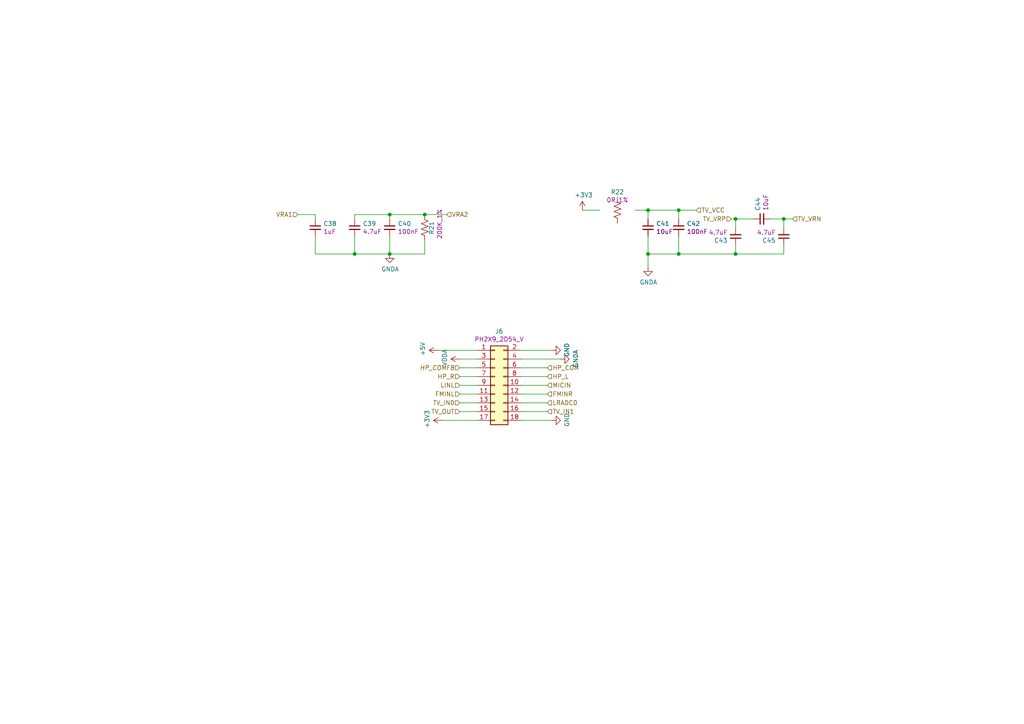
<source format=kicad_sch>
(kicad_sch (version 20210606) (generator eeschema)
  (paper "A4")
  (lib_symbols
    (symbol "0WJQ:03.0001_C0402_1uF" (pin_numbers hide) (pin_names (offset 0.254) hide)
      (property "Reference" "C" (at 0.254 1.778 0))
      (property "参数" "1uF" (at 2.54 -2.54 0))
      (symbol "03.0001_C0402_1uF_0_1"
        (polyline (pts (xy -1.524 -0.508) (xy 1.524 -0.508)) (stroke (width 0.3302)))
        (polyline (pts (xy -1.524 0.508) (xy 1.524 0.508)) (stroke (width 0.3048)))
      )
      (symbol "03.0001_C0402_1uF_1_1"
        (pin passive line (at 0 2.54 270) (length 2.032) (name "~") (number "1"))
        (pin passive line (at 0 -2.54 90) (length 2.032) (name "~") (number "2"))
      )
    )
    (symbol "0WJQ:03.0009_C0402_100nF" (pin_numbers hide) (pin_names (offset 0.254) hide)
      (property "Reference" "C" (at 0.254 1.778 0))
      (property "参数" "100nF" (at 3.81 -2.54 0))
      (symbol "03.0009_C0402_100nF_0_1"
        (polyline (pts (xy -1.524 -0.508) (xy 1.524 -0.508)) (stroke (width 0.3302)))
        (polyline (pts (xy -1.524 0.508) (xy 1.524 0.508)) (stroke (width 0.3048)))
      )
      (symbol "03.0009_C0402_100nF_1_1"
        (pin passive line (at 0 2.54 270) (length 2.032) (name "~") (number "1"))
        (pin passive line (at 0 -2.54 90) (length 2.032) (name "~") (number "2"))
      )
    )
    (symbol "0WJQ:03.0009_C0402_100nF_1" (pin_numbers hide) (pin_names (offset 0.254) hide)
      (property "Reference" "C" (at 0.254 1.778 0))
      (property "参数" "100nF" (at 3.81 -2.54 0))
      (symbol "03.0009_C0402_100nF_1_0_1"
        (polyline (pts (xy -1.524 -0.508) (xy 1.524 -0.508)) (stroke (width 0.3302)))
        (polyline (pts (xy -1.524 0.508) (xy 1.524 0.508)) (stroke (width 0.3048)))
      )
      (symbol "03.0009_C0402_100nF_1_1_1"
        (pin passive line (at 0 2.54 270) (length 2.032) (name "~") (number "1"))
        (pin passive line (at 0 -2.54 90) (length 2.032) (name "~") (number "2"))
      )
    )
    (symbol "0WJQ:03.4003_C0603_4.7uF" (pin_numbers hide) (pin_names (offset 0.254) hide)
      (property "Reference" "C" (at 0.254 1.778 0))
      (property "参数" "4.7uF" (at 3.81 -2.54 0))
      (symbol "03.4003_C0603_4.7uF_0_1"
        (polyline (pts (xy -1.524 -0.508) (xy 1.524 -0.508)) (stroke (width 0.3302)))
        (polyline (pts (xy -1.524 0.508) (xy 1.524 0.508)) (stroke (width 0.3048)))
      )
      (symbol "03.4003_C0603_4.7uF_1_1"
        (pin passive line (at 0 2.54 270) (length 2.032) (name "~") (number "1"))
        (pin passive line (at 0 -2.54 90) (length 2.032) (name "~") (number "2"))
      )
    )
    (symbol "0WJQ:03.4003_C0603_4.7uF_1" (pin_numbers hide) (pin_names (offset 0.254) hide)
      (property "Reference" "C" (at 0.254 1.778 0))
      (property "参数" "4.7uF" (at 3.81 -2.54 0))
      (symbol "03.4003_C0603_4.7uF_1_0_1"
        (polyline (pts (xy -1.524 -0.508) (xy 1.524 -0.508)) (stroke (width 0.3302)))
        (polyline (pts (xy -1.524 0.508) (xy 1.524 0.508)) (stroke (width 0.3048)))
      )
      (symbol "03.4003_C0603_4.7uF_1_1_1"
        (pin passive line (at 0 2.54 270) (length 2.032) (name "~") (number "1"))
        (pin passive line (at 0 -2.54 90) (length 2.032) (name "~") (number "2"))
      )
    )
    (symbol "0WJQ:03.4003_C0603_4.7uF_2" (pin_numbers hide) (pin_names (offset 0.254) hide)
      (property "Reference" "C" (at 0.254 1.778 0))
      (property "参数" "4.7uF" (at 3.81 -2.54 0))
      (symbol "03.4003_C0603_4.7uF_2_0_1"
        (polyline (pts (xy -1.524 -0.508) (xy 1.524 -0.508)) (stroke (width 0.3302)))
        (polyline (pts (xy -1.524 0.508) (xy 1.524 0.508)) (stroke (width 0.3048)))
      )
      (symbol "03.4003_C0603_4.7uF_2_1_1"
        (pin passive line (at 0 2.54 270) (length 2.032) (name "~") (number "1"))
        (pin passive line (at 0 -2.54 90) (length 2.032) (name "~") (number "2"))
      )
    )
    (symbol "0WJQ:03.4004_C0603_10uF" (pin_numbers hide) (pin_names (offset 0.254) hide)
      (property "Reference" "C" (at 0.254 1.778 0))
      (property "参数" "10uF" (at 2.54 -2.54 0))
      (symbol "03.4004_C0603_10uF_0_1"
        (polyline (pts (xy -1.524 -0.508) (xy 1.524 -0.508)) (stroke (width 0.3302)))
        (polyline (pts (xy -1.524 0.508) (xy 1.524 0.508)) (stroke (width 0.3048)))
      )
      (symbol "03.4004_C0603_10uF_1_1"
        (pin passive line (at 0 2.54 270) (length 2.032) (name "~") (number "1"))
        (pin passive line (at 0 -2.54 90) (length 2.032) (name "~") (number "2"))
      )
    )
    (symbol "0WJQ:10.0202_PH2X9_2D54_V" (pin_names (offset 1.016) hide)
      (property "Reference" "J" (at 1.27 12.7 0))
      (property "参数" "PH2X9_2D54_V" (at 1.27 -12.7 0))
      (symbol "10.0202_PH2X9_2D54_V_1_1"
        (rectangle (start -1.27 -10.033) (end 0 -10.287) (stroke (width 0.1524)))
        (rectangle (start -1.27 -7.493) (end 0 -7.747) (stroke (width 0.1524)))
        (rectangle (start -1.27 -4.953) (end 0 -5.207) (stroke (width 0.1524)))
        (rectangle (start -1.27 -2.413) (end 0 -2.667) (stroke (width 0.1524)))
        (rectangle (start -1.27 0.127) (end 0 -0.127) (stroke (width 0.1524)))
        (rectangle (start -1.27 2.667) (end 0 2.413) (stroke (width 0.1524)))
        (rectangle (start -1.27 5.207) (end 0 4.953) (stroke (width 0.1524)))
        (rectangle (start -1.27 7.747) (end 0 7.493) (stroke (width 0.1524)))
        (rectangle (start -1.27 10.287) (end 0 10.033) (stroke (width 0.1524)))
        (rectangle (start 3.81 -10.033) (end 2.54 -10.287) (stroke (width 0.1524)))
        (rectangle (start 3.81 -7.493) (end 2.54 -7.747) (stroke (width 0.1524)))
        (rectangle (start 3.81 -4.953) (end 2.54 -5.207) (stroke (width 0.1524)))
        (rectangle (start 3.81 -2.413) (end 2.54 -2.667) (stroke (width 0.1524)))
        (rectangle (start 3.81 0.127) (end 2.54 -0.127) (stroke (width 0.1524)))
        (rectangle (start 3.81 2.667) (end 2.54 2.413) (stroke (width 0.1524)))
        (rectangle (start 3.81 5.207) (end 2.54 4.953) (stroke (width 0.1524)))
        (rectangle (start 3.81 7.747) (end 2.54 7.493) (stroke (width 0.1524)))
        (rectangle (start 3.81 10.287) (end 2.54 10.033) (stroke (width 0.1524)))
        (rectangle (start -1.27 11.43) (end 3.81 -11.43) (stroke (width 0.254)) (fill (type background)))
        (pin passive line (at -5.08 10.16 0) (length 3.81) (name "Pin_1") (number "1"))
        (pin passive line (at 7.62 0 180) (length 3.81) (name "Pin_10") (number "10"))
        (pin passive line (at -5.08 -2.54 0) (length 3.81) (name "Pin_11") (number "11"))
        (pin passive line (at 7.62 -2.54 180) (length 3.81) (name "Pin_12") (number "12"))
        (pin passive line (at -5.08 -5.08 0) (length 3.81) (name "Pin_13") (number "13"))
        (pin passive line (at 7.62 -5.08 180) (length 3.81) (name "Pin_14") (number "14"))
        (pin passive line (at -5.08 -7.62 0) (length 3.81) (name "Pin_15") (number "15"))
        (pin passive line (at 7.62 -7.62 180) (length 3.81) (name "Pin_16") (number "16"))
        (pin passive line (at -5.08 -10.16 0) (length 3.81) (name "Pin_17") (number "17"))
        (pin passive line (at 7.62 -10.16 180) (length 3.81) (name "Pin_18") (number "18"))
        (pin passive line (at 7.62 10.16 180) (length 3.81) (name "Pin_2") (number "2"))
        (pin passive line (at -5.08 7.62 0) (length 3.81) (name "Pin_3") (number "3"))
        (pin passive line (at 7.62 7.62 180) (length 3.81) (name "Pin_4") (number "4"))
        (pin passive line (at -5.08 5.08 0) (length 3.81) (name "Pin_5") (number "5"))
        (pin passive line (at 7.62 5.08 180) (length 3.81) (name "Pin_6") (number "6"))
        (pin passive line (at -5.08 2.54 0) (length 3.81) (name "Pin_7") (number "7"))
        (pin passive line (at 7.62 2.54 180) (length 3.81) (name "Pin_8") (number "8"))
        (pin passive line (at -5.08 0 0) (length 3.81) (name "Pin_9") (number "9"))
      )
    )
    (symbol "Device:R_US" (pin_numbers hide) (pin_names (offset 0))
      (property "Reference" "R" (at 2.54 0 90))
      (property "Value" "R_US" (at -2.54 0 90))
      (symbol "R_US_0_1"
        (polyline (pts (xy 0 -2.286) (xy 0 -2.54)))
        (polyline (pts (xy 0 2.286) (xy 0 2.54)))
        (polyline (pts (xy 0 -0.762) (xy 1.016 -1.143) (xy 0 -1.524) (xy -1.016 -1.905) (xy 0 -2.286)))
        (polyline (pts (xy 0 0.762) (xy 1.016 0.381) (xy 0 0) (xy -1.016 -0.381) (xy 0 -0.762)))
        (polyline (pts (xy 0 2.286) (xy 1.016 1.905) (xy 0 1.524) (xy -1.016 1.143) (xy 0 0.762)))
      )
      (symbol "R_US_1_1"
        (pin passive line (at 0 3.81 270) (length 1.27) (name "~") (number "1"))
        (pin passive line (at 0 -3.81 90) (length 1.27) (name "~") (number "2"))
      )
    )
    (symbol "F1C200S_KIT-rescue:03.0016_C0603_10uF-0WJQ" (pin_numbers hide) (pin_names (offset 0.254) hide)
      (property "Reference" "C" (at 0.254 1.778 0))
      (property "参数" "10uF" (at 2.54 -2.54 0))
      (symbol "03.0016_C0603_10uF-0WJQ_0_1"
        (polyline (pts (xy -1.524 -0.508) (xy 1.524 -0.508)) (stroke (width 0.3302)))
        (polyline (pts (xy -1.524 0.508) (xy 1.524 0.508)) (stroke (width 0.3048)))
      )
      (symbol "03.0016_C0603_10uF-0WJQ_1_1"
        (pin passive line (at 0 2.54 270) (length 2.032) (name "~") (number "1"))
        (pin passive line (at 0 -2.54 90) (length 2.032) (name "~") (number "2"))
      )
    )
    (symbol "power:+3.3V" (power) (pin_names (offset 0))
      (property "Value" "+3.3V" (at 0 3.556 0))
      (symbol "+3.3V_0_1"
        (polyline (pts (xy -0.762 1.27) (xy 0 2.54)))
        (polyline (pts (xy 0 0) (xy 0 2.54)))
        (polyline (pts (xy 0 2.54) (xy 0.762 1.27)))
      )
      (symbol "+3.3V_1_1"
        (pin power_in line (at 0 0 90) (length 0) hide (name "+3V3") (number "1"))
      )
    )
    (symbol "power:+5V" (power) (pin_names (offset 0))
      (property "Value" "+5V" (at 0 3.556 0))
      (symbol "+5V_0_1"
        (polyline (pts (xy -0.762 1.27) (xy 0 2.54)))
        (polyline (pts (xy 0 0) (xy 0 2.54)))
        (polyline (pts (xy 0 2.54) (xy 0.762 1.27)))
      )
      (symbol "+5V_1_1"
        (pin power_in line (at 0 0 90) (length 0) hide (name "+5V") (number "1"))
      )
    )
    (symbol "power:GND" (power) (pin_names (offset 0))
      (property "Value" "GND" (at 0 -3.81 0))
      (symbol "GND_0_1"
        (polyline (pts (xy 0 0) (xy 0 -1.27) (xy 1.27 -1.27) (xy 0 -2.54) (xy -1.27 -1.27) (xy 0 -1.27)))
      )
      (symbol "GND_1_1"
        (pin power_in line (at 0 0 270) (length 0) hide (name "GND") (number "1"))
      )
    )
    (symbol "power:GNDA" (power) (pin_names (offset 0))
      (property "Value" "GNDA" (at 0 -3.81 0))
      (symbol "GNDA_0_1"
        (polyline (pts (xy 0 0) (xy 0 -1.27) (xy 1.27 -1.27) (xy 0 -2.54) (xy -1.27 -1.27) (xy 0 -1.27)))
      )
      (symbol "GNDA_1_1"
        (pin power_in line (at 0 0 270) (length 0) hide (name "GNDA") (number "1"))
      )
    )
    (symbol "power:VDDA" (power) (pin_names (offset 0))
      (property "Value" "VDDA" (at 0 3.81 0))
      (symbol "VDDA_0_1"
        (polyline (pts (xy -0.762 1.27) (xy 0 2.54)))
        (polyline (pts (xy 0 0) (xy 0 2.54)))
        (polyline (pts (xy 0 2.54) (xy 0.762 1.27)))
      )
      (symbol "VDDA_1_1"
        (pin power_in line (at 0 0 90) (length 0) hide (name "VDDA") (number "1"))
      )
    )
  )
  (junction (at 102.87 73.66) (diameter 0.9144))
  (junction (at 113.03 62.23) (diameter 0.9144))
  (junction (at 113.03 73.66) (diameter 0.9144))
  (junction (at 123.19 62.23) (diameter 0.9144))
  (junction (at 187.96 60.96) (diameter 0.9144))
  (junction (at 187.96 73.66) (diameter 0.9144))
  (junction (at 196.85 60.96) (diameter 0.9144))
  (junction (at 196.85 73.66) (diameter 0.9144))
  (junction (at 213.36 63.5) (diameter 0.9144))
  (junction (at 213.36 73.66) (diameter 0.9144))
  (junction (at 227.33 63.5) (diameter 0.9144))
  (wire (pts (xy 86.36 62.23) (xy 91.44 62.23)))
  (wire (pts (xy 91.44 62.23) (xy 91.44 63.5)))
  (wire (pts (xy 91.44 68.58) (xy 91.44 73.66)))
  (wire (pts (xy 91.44 73.66) (xy 102.87 73.66)))
  (wire (pts (xy 102.87 62.23) (xy 113.03 62.23)))
  (wire (pts (xy 102.87 63.5) (xy 102.87 62.23)))
  (wire (pts (xy 102.87 68.58) (xy 102.87 73.66)))
  (wire (pts (xy 102.87 73.66) (xy 113.03 73.66)))
  (wire (pts (xy 113.03 62.23) (xy 123.19 62.23)))
  (wire (pts (xy 113.03 63.5) (xy 113.03 62.23)))
  (wire (pts (xy 113.03 68.58) (xy 113.03 73.66)))
  (wire (pts (xy 113.03 73.66) (xy 123.19 73.66)))
  (wire (pts (xy 123.19 62.23) (xy 129.54 62.23)))
  (wire (pts (xy 123.19 73.66) (xy 123.19 69.85)))
  (wire (pts (xy 128.27 121.92) (xy 138.43 121.92)))
  (wire (pts (xy 133.35 104.14) (xy 138.43 104.14)))
  (wire (pts (xy 133.35 106.68) (xy 138.43 106.68)))
  (wire (pts (xy 133.35 109.22) (xy 138.43 109.22)))
  (wire (pts (xy 133.35 111.76) (xy 138.43 111.76)))
  (wire (pts (xy 133.35 114.3) (xy 138.43 114.3)))
  (wire (pts (xy 133.35 116.84) (xy 138.43 116.84)))
  (wire (pts (xy 133.35 119.38) (xy 138.43 119.38)))
  (wire (pts (xy 138.43 101.6) (xy 127 101.6)))
  (wire (pts (xy 151.13 101.6) (xy 160.02 101.6)))
  (wire (pts (xy 151.13 104.14) (xy 162.56 104.14)))
  (wire (pts (xy 151.13 106.68) (xy 158.75 106.68)))
  (wire (pts (xy 151.13 109.22) (xy 158.75 109.22)))
  (wire (pts (xy 151.13 111.76) (xy 158.75 111.76)))
  (wire (pts (xy 151.13 114.3) (xy 158.75 114.3)))
  (wire (pts (xy 151.13 116.84) (xy 158.75 116.84)))
  (wire (pts (xy 151.13 119.38) (xy 158.75 119.38)))
  (wire (pts (xy 151.13 121.92) (xy 160.02 121.92)))
  (wire (pts (xy 168.91 60.96) (xy 173.99 60.96)))
  (wire (pts (xy 184.15 60.96) (xy 187.96 60.96)))
  (wire (pts (xy 187.96 60.96) (xy 196.85 60.96)))
  (wire (pts (xy 187.96 63.5) (xy 187.96 60.96)))
  (wire (pts (xy 187.96 68.58) (xy 187.96 73.66)))
  (wire (pts (xy 187.96 73.66) (xy 196.85 73.66)))
  (wire (pts (xy 187.96 77.47) (xy 187.96 73.66)))
  (wire (pts (xy 196.85 60.96) (xy 196.85 63.5)))
  (wire (pts (xy 196.85 60.96) (xy 201.93 60.96)))
  (wire (pts (xy 196.85 68.58) (xy 196.85 73.66)))
  (wire (pts (xy 196.85 73.66) (xy 213.36 73.66)))
  (wire (pts (xy 212.09 63.5) (xy 213.36 63.5)))
  (wire (pts (xy 213.36 63.5) (xy 218.44 63.5)))
  (wire (pts (xy 213.36 66.04) (xy 213.36 63.5)))
  (wire (pts (xy 213.36 73.66) (xy 213.36 71.12)))
  (wire (pts (xy 227.33 63.5) (xy 223.52 63.5)))
  (wire (pts (xy 227.33 63.5) (xy 229.87 63.5)))
  (wire (pts (xy 227.33 66.04) (xy 227.33 63.5)))
  (wire (pts (xy 227.33 71.12) (xy 227.33 73.66)))
  (wire (pts (xy 227.33 73.66) (xy 213.36 73.66)))
  (hierarchical_label "VRA1" (shape input) (at 86.36 62.23 180))
  (hierarchical_label "VRA2" (shape input) (at 129.54 62.23 0))
  (hierarchical_label "HP_COMFB" (shape input) (at 133.35 106.68 180) (effects (font italic)))
  (hierarchical_label "HP_R" (shape input) (at 133.35 109.22 180))
  (hierarchical_label "LINL" (shape input) (at 133.35 111.76 180))
  (hierarchical_label "FMINL" (shape input) (at 133.35 114.3 180))
  (hierarchical_label "TV_IN0" (shape input) (at 133.35 116.84 180))
  (hierarchical_label "TV_OUT" (shape input) (at 133.35 119.38 180))
  (hierarchical_label "HP_COM" (shape input) (at 158.75 106.68 0))
  (hierarchical_label "HP_L" (shape input) (at 158.75 109.22 0))
  (hierarchical_label "MICIN" (shape input) (at 158.75 111.76 0))
  (hierarchical_label "FMINR" (shape input) (at 158.75 114.3 0))
  (hierarchical_label "LRADC0" (shape input) (at 158.75 116.84 0))
  (hierarchical_label "TV_IN1" (shape input) (at 158.75 119.38 0))
  (hierarchical_label "TV_VCC" (shape input) (at 201.93 60.96 0))
  (hierarchical_label "TV_VRP" (shape input) (at 212.09 63.5 180))
  (hierarchical_label "TV_VRN" (shape input) (at 229.87 63.5 0))
  (symbol (lib_id "power:+5V") (at 127 101.6 90) (unit 1)
    (property "Reference" "#PWR075" (effects hide))
    (property "Value" "+5V" (at 122.6058 101.219 0))
  )
  (symbol (lib_id "power:+3.3V") (at 128.27 121.92 90) (unit 1)
    (property "Reference" "#PWR073" (effects hide))
    (property "Value" "+3.3V" (at 123.8758 121.539 0))
  )
  (symbol (lib_id "power:VDDA") (at 133.35 104.14 90) (unit 1)
    (property "Reference" "#PWR074" (effects hide))
    (property "Value" "VDDA" (at 128.9558 103.7082 0))
  )
  (symbol (lib_id "power:+3.3V") (at 168.91 60.96 0) (unit 1)
    (property "Reference" "#PWR078" (effects hide))
    (property "Value" "+3.3V" (at 169.291 56.5658 0))
  )
  (symbol (lib_id "power:GNDA") (at 113.03 73.66 0) (unit 1)
    (property "Reference" "#PWR072" (effects hide))
    (property "Value" "GNDA" (at 113.157 78.0542 0))
  )
  (symbol (lib_id "power:GND") (at 160.02 101.6 90) (unit 1)
    (property "Reference" "#PWR076" (effects hide))
    (property "Value" "GND" (at 164.4142 101.473 0))
  )
  (symbol (lib_id "power:GND") (at 160.02 121.92 90) (unit 1)
    (property "Reference" "#PWR077" (effects hide))
    (property "Value" "GND" (at 164.4142 121.793 0))
  )
  (symbol (lib_id "power:GNDA") (at 162.56 104.14 90) (unit 1)
    (property "Reference" "#PWR079" (effects hide))
    (property "Value" "GNDA" (at 166.9542 104.013 0))
  )
  (symbol (lib_id "power:GNDA") (at 187.96 77.47 0) (unit 1)
    (property "Reference" "#PWR080" (effects hide))
    (property "Value" "GNDA" (at 188.087 81.8642 0))
  )
  (symbol (lib_id "Device:R_US") (at 123.19 66.04 0) (unit 1)
    (property "Reference" "R21" (at 125.1966 68.072 90) (effects (justify left)))
    (property "Value" "R_US" (effects hide))
    (property "Footprint" "0WJQ:R_0402_WJQ" (effects hide))
    (property "分类" "贴片电阻" (effects hide))
    (property "编码" "02.0027" (effects hide))
    (property "规格" "贴片电阻, 200K±1%, 0402" (effects hide))
    (property "参数" "200K_1%" (at 127.508 69.342 90) (effects (justify left)))
  )
  (symbol (lib_id "Device:R_US") (at 179.07 60.96 0) (unit 1)
    (property "Reference" "R22" (at 179.07 55.7022 0))
    (property "Value" "R_US" (effects hide))
    (property "Footprint" "0WJQ:R_0402_WJQ" (effects hide))
    (property "分类" "贴片电阻" (effects hide))
    (property "编码" "02.0001" (effects hide))
    (property "规格" "贴片电阻, 0R±1%, 0402" (effects hide))
    (property "参数" "0R_1%" (at 179.07 58.0136 0))
  )
  (symbol (lib_id "0WJQ:03.0001_C0402_1uF") (at 91.44 66.04 0) (unit 1)
    (property "Reference" "C38" (at 93.7768 64.8716 0) (effects (justify left)))
    (property "Value" "03.0001_C0402_1uF" (effects hide))
    (property "Footprint" "0WJQ:C_0402_WJQ" (effects hide))
    (property "分类" "贴片瓷片电容" (effects hide))
    (property "编码" "03.0001" (effects hide))
    (property "规格" "1uF,10V,K,X5R" (effects hide))
    (property "参数" "1uF" (at 93.7768 67.183 0) (effects (justify left)))
  )
  (symbol (lib_name "0WJQ:03.4003_C0603_4.7uF_1") (lib_id "0WJQ:03.4003_C0603_4.7uF") (at 102.87 66.04 0) (unit 1)
    (property "Reference" "C39" (at 105.2068 64.8716 0) (effects (justify left)))
    (property "Value" "03.4003_C0603_4.7uF" (effects hide))
    (property "Footprint" "0WJQ:C_0603_WJQ" (effects hide))
    (property "分类" "贴片瓷片电容" (effects hide))
    (property "编码" "03.4003" (effects hide))
    (property "规格" "4.7uF,16V,K,0603,X5R" (effects hide))
    (property "参数" "4.7uF" (at 105.2068 67.183 0) (effects (justify left)))
  )
  (symbol (lib_name "0WJQ:03.0009_C0402_100nF_1") (lib_id "0WJQ:03.0009_C0402_100nF") (at 113.03 66.04 0) (unit 1)
    (property "Reference" "C40" (at 115.3668 64.8716 0) (effects (justify left)))
    (property "Value" "03.0009_C0402_100nF" (effects hide))
    (property "Footprint" "0WJQ:C_0402_WJQ" (effects hide))
    (property "分类" "贴片瓷片电容" (effects hide))
    (property "编码" "03.0009" (effects hide))
    (property "规格" "100nF,16V,K,0402,X7R" (effects hide))
    (property "参数" "100nF" (at 115.3668 67.183 0) (effects (justify left)))
  )
  (symbol (lib_id "0WJQ:03.4004_C0603_10uF") (at 187.96 66.04 0) (unit 1)
    (property "Reference" "C41" (at 190.2968 64.8716 0) (effects (justify left)))
    (property "Value" "03.4004_C0603_10uF" (effects hide))
    (property "Footprint" "0WJQ:C_0603_WJQ" (effects hide))
    (property "分类" "贴片瓷片电容" (effects hide))
    (property "编码" "03.4004" (effects hide))
    (property "规格" "10uF,16V,K,0603,X5R" (effects hide))
    (property "参数" "10uF" (at 190.2968 67.183 0) (effects (justify left)))
  )
  (symbol (lib_id "0WJQ:03.0009_C0402_100nF") (at 196.85 66.04 0) (unit 1)
    (property "Reference" "C42" (at 199.1868 64.8716 0) (effects (justify left)))
    (property "Value" "03.0009_C0402_100nF" (effects hide))
    (property "Footprint" "0WJQ:C_0402_WJQ" (effects hide))
    (property "分类" "贴片瓷片电容" (effects hide))
    (property "编码" "03.0009" (effects hide))
    (property "规格" "100nF,16V,K,0402,X7R" (effects hide))
    (property "参数" "100nF" (at 199.1868 67.183 0) (effects (justify left)))
  )
  (symbol (lib_name "0WJQ:03.4003_C0603_4.7uF_2") (lib_id "0WJQ:03.4003_C0603_4.7uF") (at 213.36 68.58 180) (unit 1)
    (property "Reference" "C43" (at 211.0232 69.7484 0) (effects (justify left)))
    (property "Value" "03.4003_C0603_4.7uF" (effects hide))
    (property "Footprint" "0WJQ:C_0603_WJQ" (effects hide))
    (property "分类" "贴片瓷片电容" (effects hide))
    (property "编码" "03.4003" (effects hide))
    (property "规格" "4.7uF,16V,K,0603,X5R" (effects hide))
    (property "参数" "4.7uF" (at 211.0232 67.437 0) (effects (justify left)))
  )
  (symbol (lib_id "F1C200S_KIT-rescue:03.0016_C0603_10uF-0WJQ") (at 220.98 63.5 90) (unit 1)
    (property "Reference" "C44" (at 219.8116 61.1632 0) (effects (justify left)))
    (property "Value" "03.0016_C0603_10uF" (effects hide))
    (property "Footprint" "Capacitor_SMD:C_0603_1608Metric" (effects hide))
    (property "分类" "贴片瓷片电容" (effects hide))
    (property "编码" "03.0016" (effects hide))
    (property "规格" "10uF,16V,K,0603,X5R" (effects hide))
    (property "参数" "10uF" (at 222.123 61.1632 0) (effects (justify left)))
  )
  (symbol (lib_id "0WJQ:03.4003_C0603_4.7uF") (at 227.33 68.58 180) (unit 1)
    (property "Reference" "C45" (at 224.9932 69.7484 0) (effects (justify left)))
    (property "Value" "03.4003_C0603_4.7uF" (effects hide))
    (property "Footprint" "0WJQ:C_0603_WJQ" (effects hide))
    (property "分类" "贴片瓷片电容" (effects hide))
    (property "编码" "03.4003" (effects hide))
    (property "规格" "4.7uF,16V,K,0603,X5R" (effects hide))
    (property "参数" "4.7uF" (at 224.9932 67.437 0) (effects (justify left)))
  )
  (symbol (lib_id "0WJQ:10.0202_PH2X9_2D54_V") (at 143.51 111.76 0) (unit 1)
    (property "Reference" "J6" (at 144.78 96.0882 0))
    (property "Value" "10.0202_PH2X9_2D54_V" (effects hide))
    (property "Footprint" "Connector_PinHeader_2.54mm:PinHeader_2x09_P2.54mm_Vertical" (effects hide))
    (property "分类" "排针" (effects hide))
    (property "编码" "10.0202" (effects hide))
    (property "规格" "双排排针，2x9,  2.54, 直插" (effects hide))
    (property "参数" "PH2X9_2D54_V" (at 144.78 98.3996 0))
  )
)
</source>
